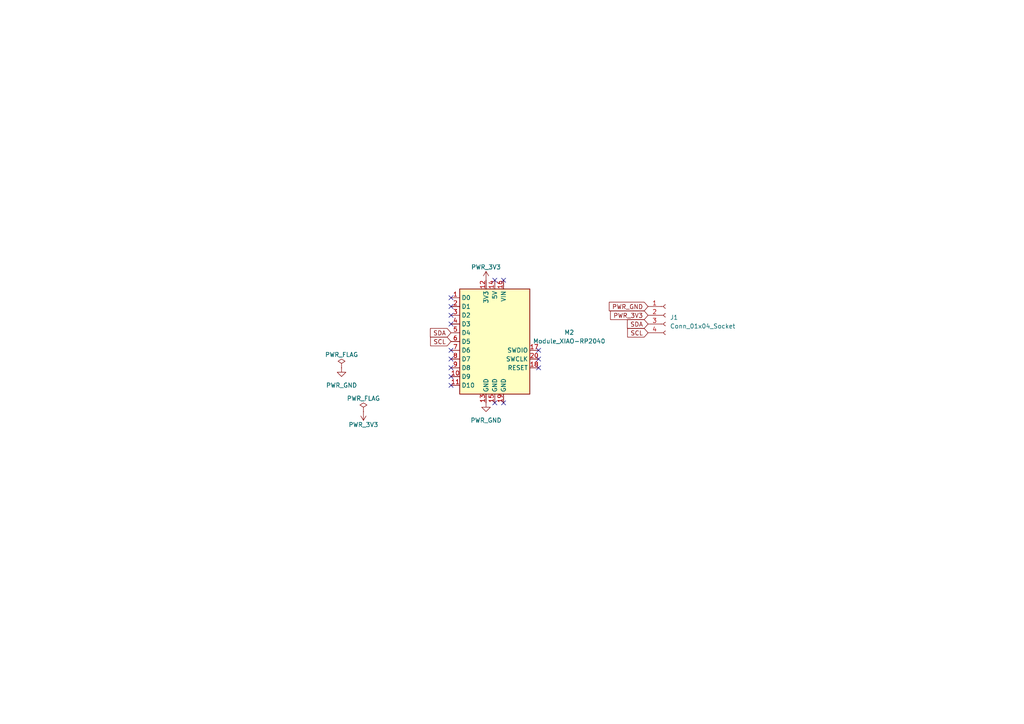
<source format=kicad_sch>
(kicad_sch (version 20230121) (generator eeschema)
  (paper "A4")
  (lib_symbols
    (symbol "Connector:Conn_01x04_Socket" (pin_names (offset 1.016) hide)
      (property "Reference" "J" (at 0 5.08 0))
      (property "Value" "Conn_01x04_Socket" (at 0 -7.62 0))
      (symbol "Conn_01x04_Socket_1_1"
        (arc (start 0 -4.572) (mid -0.5058 -5.08) (end 0 -5.588) (stroke (width 0.1524)))
        (arc (start 0 -2.032) (mid -0.5058 -2.54) (end 0 -3.048) (stroke (width 0.1524)))
        (polyline (pts (xy -1.27 -5.08) (xy -0.508 -5.08)) (stroke (width 0.1524)))
        (polyline (pts (xy -1.27 -2.54) (xy -0.508 -2.54)) (stroke (width 0.1524)))
        (polyline (pts (xy -1.27 0) (xy -0.508 0)) (stroke (width 0.1524)))
        (polyline (pts (xy -1.27 2.54) (xy -0.508 2.54)) (stroke (width 0.1524)))
        (arc (start 0 0.508) (mid -0.5058 0) (end 0 -0.508) (stroke (width 0.1524)))
        (arc (start 0 3.048) (mid -0.5058 2.54) (end 0 2.032) (stroke (width 0.1524)))
        (pin passive line (at -5.08 2.54 0) (length 3.81) (name "Pin_1") (number "1"))
        (pin passive line (at -5.08 0 0) (length 3.81) (name "Pin_2") (number "2"))
        (pin passive line (at -5.08 -2.54 0) (length 3.81) (name "Pin_3") (number "3"))
        (pin passive line (at -5.08 -5.08 0) (length 3.81) (name "Pin_4") (number "4"))
      )
    )
    (symbol "fab:Module_XIAO-RP2040"
      (property "Reference" "M" (at -10.16 16.51 0))
      (property "Value" "Module_XIAO-RP2040" (at 3.81 16.51 0))
      (symbol "Module_XIAO-RP2040_1_1"
        (rectangle (start -10.16 15.24) (end 10.16 -15.24) (stroke (width 0.254)) (fill (type background)))
        (pin bidirectional line (at -12.7 12.7 0) (length 2.54) (name "D0") (number "1"))
        (pin bidirectional line (at -12.7 -10.16 0) (length 2.54) (name "D9") (number "10"))
        (pin bidirectional line (at -12.7 -12.7 0) (length 2.54) (name "D10") (number "11"))
        (pin power_in line (at -2.54 17.78 270) (length 2.54) (name "3V3") (number "12"))
        (pin power_in line (at -2.54 -17.78 90) (length 2.54) (name "GND") (number "13"))
        (pin power_in line (at 0 17.78 270) (length 2.54) (name "5V") (number "14"))
        (pin power_in line (at 0 -17.78 90) (length 2.54) (name "GND") (number "15"))
        (pin power_in line (at 2.54 17.78 270) (length 2.54) (name "VIN") (number "16"))
        (pin bidirectional line (at 12.7 -2.54 180) (length 2.54) (name "SWDIO") (number "17"))
        (pin input line (at 12.7 -7.62 180) (length 2.54) (name "RESET") (number "18"))
        (pin power_in line (at 2.54 -17.78 90) (length 2.54) (name "GND") (number "19"))
        (pin bidirectional line (at -12.7 10.16 0) (length 2.54) (name "D1") (number "2"))
        (pin input line (at 12.7 -5.08 180) (length 2.54) (name "SWCLK") (number "20"))
        (pin bidirectional line (at -12.7 7.62 0) (length 2.54) (name "D2") (number "3"))
        (pin bidirectional line (at -12.7 5.08 0) (length 2.54) (name "D3") (number "4"))
        (pin bidirectional line (at -12.7 2.54 0) (length 2.54) (name "D4") (number "5"))
        (pin bidirectional line (at -12.7 0 0) (length 2.54) (name "D5") (number "6"))
        (pin bidirectional line (at -12.7 -2.54 0) (length 2.54) (name "D6") (number "7"))
        (pin bidirectional line (at -12.7 -5.08 0) (length 2.54) (name "D7") (number "8"))
        (pin bidirectional line (at -12.7 -7.62 0) (length 2.54) (name "D8") (number "9"))
      )
    )
    (symbol "fab:PWR_3V3" (power) (pin_names (offset 0))
      (property "Value" "PWR_3V3" (at 0 3.556 0))
      (symbol "PWR_3V3_0_1"
        (polyline (pts (xy -0.762 1.27) (xy 0 2.54)))
        (polyline (pts (xy 0 0) (xy 0 2.54)))
        (polyline (pts (xy 0 2.54) (xy 0.762 1.27)))
      )
      (symbol "PWR_3V3_1_1"
        (pin power_in line (at 0 0 90) (length 0) hide (name "PWR_3V3") (number "1"))
      )
    )
    (symbol "fab:PWR_FLAG" (power) (pin_numbers hide) (pin_names (offset 0) hide)
      (property "Value" "PWR_FLAG" (at 0 3.81 0))
      (symbol "PWR_FLAG_0_1"
        (polyline (pts (xy 0 0) (xy 0 1.27) (xy -1.016 1.905) (xy 0 2.54) (xy 1.016 1.905) (xy 0 1.27)))
      )
      (symbol "PWR_FLAG_1_0"
        (pin power_out line (at 0 0 90) (length 0) (name "PWR_FLAG") (number "1"))
      )
    )
    (symbol "fab:PWR_GND" (power) (pin_names (offset 0))
      (property "Value" "PWR_GND" (at 0 -3.81 0))
      (symbol "PWR_GND_0_1"
        (polyline (pts (xy 0 0) (xy 0 -1.27) (xy 1.27 -1.27) (xy 0 -2.54) (xy -1.27 -1.27) (xy 0 -1.27)))
      )
      (symbol "PWR_GND_1_1"
        (pin power_in line (at 0 0 270) (length 0) hide (name "PWR_GND") (number "1"))
      )
    )
  )
  (no_connect (at 156.21 104.14))
  (no_connect (at 146.05 81.28))
  (no_connect (at 130.81 109.22))
  (no_connect (at 130.81 88.9))
  (no_connect (at 130.81 106.68))
  (no_connect (at 130.81 86.36))
  (no_connect (at 130.81 104.14))
  (no_connect (at 130.81 111.76))
  (no_connect (at 130.81 93.98))
  (no_connect (at 130.81 91.44))
  (no_connect (at 143.51 81.28))
  (no_connect (at 156.21 106.68))
  (no_connect (at 156.21 101.6))
  (no_connect (at 146.05 116.84))
  (no_connect (at 130.81 101.6))
  (no_connect (at 143.51 116.84))
  (global_label "SDA" (shape input) (at 130.81 96.52 180) (property "Intersheetrefs" "${INTERSHEET_REFS}" (effects hide)))
  (global_label "SDA" (shape input) (at 187.96 93.98 180) (property "Intersheetrefs" "${INTERSHEET_REFS}" (effects hide)))
  (global_label "PWR_GND" (shape input) (at 187.96 88.9 180) (property "Intersheetrefs" "${INTERSHEET_REFS}" (effects hide)))
  (global_label "SCL" (shape input) (at 187.96 96.52 180) (property "Intersheetrefs" "${INTERSHEET_REFS}" (effects hide)))
  (global_label "PWR_3V3" (shape input) (at 187.96 91.44 180) (property "Intersheetrefs" "${INTERSHEET_REFS}" (effects hide)))
  (global_label "SCL" (shape input) (at 130.81 99.06 180) (property "Intersheetrefs" "${INTERSHEET_REFS}" (effects hide)))
  (symbol (lib_id "fab:PWR_3V3") (at 105.41 119.38 0) (mirror x) (unit 1)
    (property "Reference" "#PWR03" (effects hide))
    (property "Value" "PWR_3V3" (at 105.41 123.19 0))
  )
  (symbol (lib_id "fab:PWR_FLAG") (at 105.41 119.38 0) (unit 1)
    (property "Reference" "#FLG04" (effects hide))
    (property "Value" "PWR_FLAG" (at 105.41 115.57 0))
  )
  (symbol (lib_id "fab:PWR_3V3") (at 140.97 81.28 0) (unit 1)
    (property "Reference" "#PWR01" (effects hide))
    (property "Value" "PWR_3V3" (at 140.97 77.47 0))
  )
  (symbol (lib_id "fab:PWR_GND") (at 140.97 116.84 0) (unit 1)
    (property "Reference" "#PWR02" (effects hide))
    (property "Value" "PWR_GND" (at 140.97 121.92 0))
  )
  (symbol (lib_id "Connector:Conn_01x04_Socket") (at 193.04 91.44 0) (unit 1)
    (property "Reference" "J1" (at 194.31 92.075 0) (effects (justify left)))
    (property "Value" "Conn_01x04_Socket" (at 194.31 94.615 0) (effects (justify left)))
    (property "Footprint" "Connector_PinSocket_2.54mm:PinSocket_1x04_P2.54mm_Vertical" (effects hide))
  )
  (symbol (lib_id "fab:PWR_GND") (at 99.06 106.68 0) (unit 1)
    (property "Reference" "#PWR04" (effects hide))
    (property "Value" "PWR_GND" (at 99.06 111.76 0))
  )
  (symbol (lib_id "fab:PWR_FLAG") (at 99.06 106.68 0) (unit 1)
    (property "Reference" "#FLG02" (effects hide))
    (property "Value" "PWR_FLAG" (at 99.06 102.87 0))
  )
  (symbol (lib_id "fab:Module_XIAO-RP2040") (at 143.51 99.06 0) (unit 1)
    (property "Reference" "M2" (at 165.1 96.4183 0))
    (property "Value" "Module_XIAO-RP2040" (at 165.1 98.9583 0))
    (property "Footprint" "fab:SeeedStudio_XIAO_RP2040" (effects hide))
    (property "Datasheet" "https://wiki.seeedstudio.com/XIAO-RP2040/" (effects hide))
  )
)
</source>
